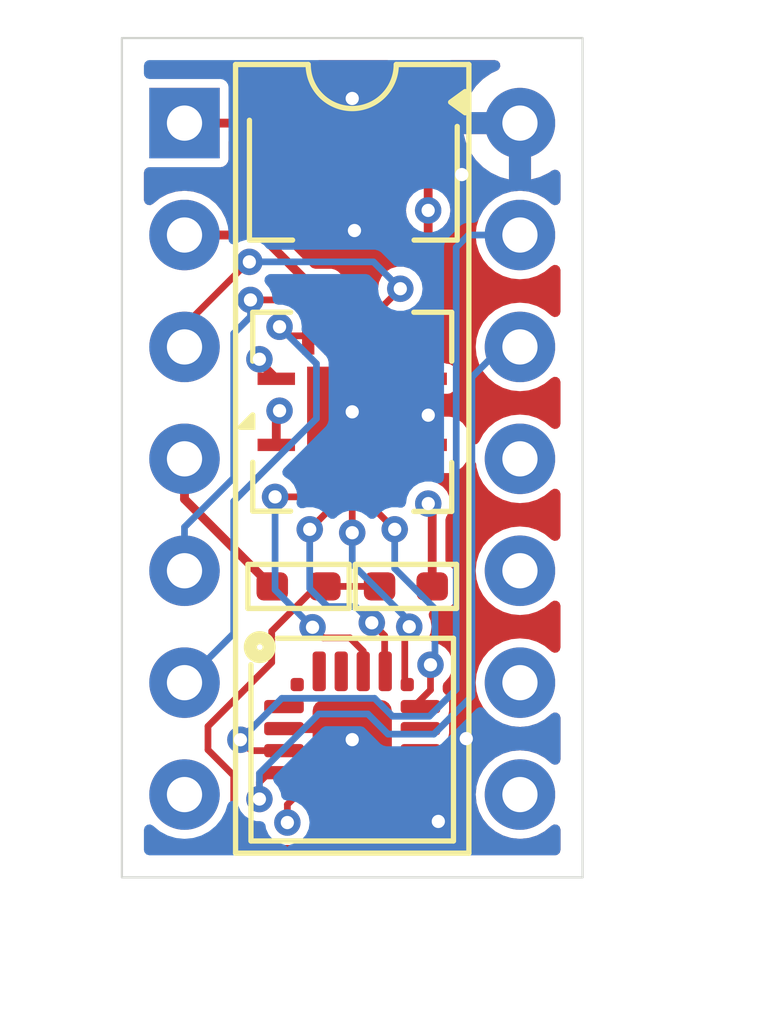
<source format=kicad_pcb>
(kicad_pcb (version 20240108) (generator "pcbnew") (generator_version "8.0")
  (layers (0 "F.Cu" signal) (1 "In1.Cu" signal) (2 "In2.Cu" signal) (3 "In3.Cu" signal) (4 "In4.Cu" signal) (31 "B.Cu" signal) (34 "B.Paste" user) (35 "F.Paste" user) (36 "B.SilkS" user "B.Silkscreen") (37 "F.SilkS" user "F.Silkscreen") (38 "B.Mask" user) (39 "F.Mask" user) (44 "Edge.Cuts" user))
  (net 0 "")
  (net 16 "GND")
  (net 17 "+5V")
  (net 18 "USB-DM")
  (net 19 "Net-(J1-Pin_4)")
  (net 20 "USB-DP")
  (net 21 "Net-(J1-Pin_2)")
  (net 22 "Net-(J1-Pin_3)")
  (net 23 "Net-(J1-Pin_6)")
  (net 24 "Net-(J1-Pin_5)")
  (net 25 "RST")
  (net 26 "+3.3V")
  (net 27 "CTS")
  (net 28 "TX")
  (net 29 "RTS")
  (net 30 "RX")
  (footprint "Package_DIP:DIP-14_W7.62mm" (layer "F.Cu") (at 92.964 78.74)
    (property "Reference" "J1" (hide yes))
    (property "Value" "Conn_02x07_Counter_Clockwise" (hide yes))
    (fp_line (start 1.16 -1.33) (end 1.16 16.57) (stroke (width 0.12)) (layer "F.SilkS"))
    (fp_line (start 1.16 16.57) (end 6.46 16.57) (stroke (width 0.12)) (layer "F.SilkS"))
    (fp_line (start 2.81 -1.33) (end 1.16 -1.33) (stroke (width 0.12)) (layer "F.SilkS"))
    (fp_line (start 6.46 -1.33) (end 4.81 -1.33) (stroke (width 0.12)) (layer "F.SilkS"))
    (fp_line (start 6.46 16.57) (end 6.46 -1.33) (stroke (width 0.12)) (layer "F.SilkS"))
    (fp_arc (start 4.81 -1.33) (mid 3.81 -0.33) (end 2.81 -1.33) (stroke (width 0.12)) (layer "F.SilkS"))
    (pad "1" thru_hole rect (at 0 0) (size 1.6 1.6) (drill 0.8) (layers "*.Cu" "*.Mask") (net 17 "+5V"))
    (pad "2" thru_hole oval (at 0 2.54) (size 1.6 1.6) (drill 0.8) (layers "*.Cu" "*.Mask") (net 21 "Net-(J1-Pin_2)"))
    (pad "3" thru_hole oval (at 0 5.08) (size 1.6 1.6) (drill 0.8) (layers "*.Cu" "*.Mask") (net 22 "Net-(J1-Pin_3)"))
    (pad "4" thru_hole oval (at 0 7.62) (size 1.6 1.6) (drill 0.8) (layers "*.Cu" "*.Mask") (net 19 "Net-(J1-Pin_4)"))
    (pad "5" thru_hole oval (at 0 10.16) (size 1.6 1.6) (drill 0.8) (layers "*.Cu" "*.Mask") (net 24 "Net-(J1-Pin_5)"))
    (pad "6" thru_hole oval (at 0 12.7) (size 1.6 1.6) (drill 0.8) (layers "*.Cu" "*.Mask") (net 23 "Net-(J1-Pin_6)"))
    (pad "7" thru_hole oval (at 0 15.24) (size 1.6 1.6) (drill 0.8) (layers "*.Cu" "*.Mask"))
    (pad "8" thru_hole oval (at 7.62 15.24) (size 1.6 1.6) (drill 0.8) (layers "*.Cu" "*.Mask"))
    (pad "9" thru_hole oval (at 7.62 12.7) (size 1.6 1.6) (drill 0.8) (layers "*.Cu" "*.Mask"))
    (pad "10" thru_hole oval (at 7.62 10.16) (size 1.6 1.6) (drill 0.8) (layers "*.Cu" "*.Mask"))
    (pad "11" thru_hole oval (at 7.62 7.62) (size 1.6 1.6) (drill 0.8) (layers "*.Cu" "*.Mask"))
    (pad "12" thru_hole oval (at 7.62 5.08) (size 1.6 1.6) (drill 0.8) (layers "*.Cu" "*.Mask") (net 18 "USB-DM"))
    (pad "13" thru_hole oval (at 7.62 2.54) (size 1.6 1.6) (drill 0.8) (layers "*.Cu" "*.Mask") (net 20 "USB-DP"))
    (pad "14" thru_hole oval (at 7.62 0) (size 1.6 1.6) (drill 0.8) (layers "*.Cu" "*.Mask") (net 16 "GND"))
  )
  (footprint "Package_TO_SOT_SMD:SOT-89-3" (layer "F.Cu") (at 96.7994 80.0354 -90)
    (property "Reference" "U4" (hide yes))
    (property "Value" "AP130-33Y")
    (fp_line (start 1.36 2.36) (end -1.36 2.36) (stroke (width 0.12)) (layer "F.SilkS"))
    (fp_line (start 1.36 1.38) (end 1.36 2.36) (stroke (width 0.12)) (layer "F.SilkS"))
    (fp_line (start 1.36 -1.38) (end 1.36 -2.36) (stroke (width 0.12)) (layer "F.SilkS"))
    (fp_line (start -1.22 -2.36) (end 1.36 -2.36) (stroke (width 0.12)) (layer "F.SilkS"))
    (fp_poly (pts (xy -1.77 -2.21) (xy -2.01 -2.54) (xy -1.53 -2.54) (xy -1.77 -2.21)) (stroke (width 0.12)) (fill solid) (layer "F.SilkS"))
    (pad "1" smd roundrect (at -1.95 -1.5 270) (size 1.3 0.9) (layers "F.Cu" "F.Paste" "F.Mask") (net 26 "+3.3V"))
    (pad "2" smd custom (at -1.8625 0 270) (size 1.475 0.9) (layers "F.Cu" "F.Paste" "F.Mask") (net 16 "GND") (options (clearance outline) (anchor rect)) (primitives (gr_poly (pts (xy 3.8625 0.8665) (xy 0.7375 0.8665) (xy 0.7375 -0.8665) (xy 3.8625 -0.8665)) (width 0) (fill yes))))
    (pad "3" smd roundrect (at -1.95 1.5 270) (size 1.3 0.9) (layers "F.Cu" "F.Paste" "F.Mask") (net 17 "+5V"))
  )
  (footprint "PCM_Resistor_SMD_AKL:R_0402_1005Metric_Pad0.72x0.64mm" (layer "F.Cu") (at 95.5548 89.2556 180)
    (property "Reference" "R2" (hide yes))
    (property "Value" "R" (hide yes))
    (fp_line (start 1.15 0.5) (end 1.15 -0.5) (stroke (width 0.12)) (layer "F.SilkS"))
    (fp_line (start 1.15 -0.5) (end -1.15 -0.5) (stroke (width 0.12)) (layer "F.SilkS"))
    (fp_line (start -1.15 0.5) (end 1.15 0.5) (stroke (width 0.12)) (layer "F.SilkS"))
    (fp_line (start -1.15 -0.5) (end -1.15 0.5) (stroke (width 0.12)) (layer "F.SilkS"))
    (pad "1" smd roundrect (at -0.5975 0 180) (size 0.715 0.64) (layers "F.Cu" "F.Paste" "F.Mask") (net 25 "RST"))
    (pad "2" smd roundrect (at 0.5975 0 180) (size 0.715 0.64) (layers "F.Cu" "F.Paste" "F.Mask") (net 19 "Net-(J1-Pin_4)"))
  )
  (footprint "PCM_Resistor_SMD_AKL:R_0402_1005Metric_Pad0.72x0.64mm" (layer "F.Cu") (at 97.9932 89.2556 180)
    (property "Reference" "R1" (hide yes))
    (property "Value" "R" (hide yes))
    (fp_line (start 1.15 0.5) (end 1.15 -0.5) (stroke (width 0.12)) (layer "F.SilkS"))
    (fp_line (start 1.15 -0.5) (end -1.15 -0.5) (stroke (width 0.12)) (layer "F.SilkS"))
    (fp_line (start -1.15 0.5) (end 1.15 0.5) (stroke (width 0.12)) (layer "F.SilkS"))
    (fp_line (start -1.15 -0.5) (end -1.15 0.5) (stroke (width 0.12)) (layer "F.SilkS"))
    (pad "1" smd roundrect (at -0.5975 0 180) (size 0.715 0.64) (layers "F.Cu" "F.Paste" "F.Mask") (net 26 "+3.3V"))
    (pad "2" smd roundrect (at 0.5975 0 180) (size 0.715 0.64) (layers "F.Cu" "F.Paste" "F.Mask") (net 25 "RST"))
  )
  (footprint "Package_DFN_QFN:Texas_S-PVQFN-N14" (layer "F.Cu") (at 96.774 85.2932 90)
    (property "Reference" "U3" (hide yes))
    (property "Value" "TXB0104RGY")
    (fp_line (start 2.26 -2.26) (end 2.26 -1.4) (stroke (width 0.12)) (layer "F.SilkS"))
    (fp_line (start 1.15 -2.26) (end 2.26 -2.26) (stroke (width 0.12)) (layer "F.SilkS"))
    (fp_line (start -1.145 -2.26) (end -2.255 -2.26) (stroke (width 0.12)) (layer "F.SilkS"))
    (fp_line (start -2.255 -1.4) (end -2.255 -2.26) (stroke (width 0.12)) (layer "F.SilkS"))
    (fp_line (start 2.26 2.26) (end 2.26 1.4) (stroke (width 0.12)) (layer "F.SilkS"))
    (fp_line (start 1.15 2.26) (end 2.26 2.26) (stroke (width 0.12)) (layer "F.SilkS"))
    (fp_line (start -1.15 2.26) (end -2.26 2.26) (stroke (width 0.12)) (layer "F.SilkS"))
    (fp_line (start -2.26 2.26) (end -2.26 1.4) (stroke (width 0.12)) (layer "F.SilkS"))
    (fp_poly (pts (xy -0.35 -2.26) (xy -0.35 -2.54) (xy -0.07 -2.26) (xy -0.35 -2.26)) (stroke (width 0.12)) (fill solid) (layer "F.SilkS"))
    (pad "1" smd rect (at -0.75 -1.725) (size 0.85 0.28) (layers "F.Cu" "F.Paste" "F.Mask") (net 26 "+3.3V"))
    (pad "2" smd rect (at -1.725 -1) (size 0.28 0.85) (layers "F.Cu" "F.Paste" "F.Mask") (net 28 "TX"))
    (pad "3" smd rect (at -1.725 -0.5) (size 0.28 0.85) (layers "F.Cu" "F.Paste" "F.Mask") (net 30 "RX"))
    (pad "4" smd rect (at -1.725 0) (size 0.28 0.85) (layers "F.Cu" "F.Paste" "F.Mask") (net 29 "RTS"))
    (pad "5" smd rect (at -1.725 0.5) (size 0.28 0.85) (layers "F.Cu" "F.Paste" "F.Mask") (net 27 "CTS"))
    (pad "6" smd rect (at -1.725 1) (size 0.28 0.85) (layers "F.Cu" "F.Paste" "F.Mask"))
    (pad "7" smd rect (at -0.75 1.725) (size 0.85 0.28) (layers "F.Cu" "F.Paste" "F.Mask") (net 16 "GND"))
    (pad "8" smd rect (at 0.75 1.725) (size 0.85 0.28) (layers "F.Cu" "F.Paste" "F.Mask") (net 26 "+3.3V"))
    (pad "9" smd rect (at 1.725 1) (size 0.28 0.85) (layers "F.Cu" "F.Paste" "F.Mask"))
    (pad "10" smd rect (at 1.725 0.5) (size 0.28 0.85) (layers "F.Cu" "F.Paste" "F.Mask") (net 22 "Net-(J1-Pin_3)"))
    (pad "11" smd rect (at 1.725 0) (size 0.28 0.85) (layers "F.Cu" "F.Paste" "F.Mask") (net 21 "Net-(J1-Pin_2)"))
    (pad "12" smd rect (at 1.725 -0.5) (size 0.28 0.85) (layers "F.Cu" "F.Paste" "F.Mask") (net 24 "Net-(J1-Pin_5)"))
    (pad "13" smd rect (at 1.725 -1) (size 0.28 0.85) (layers "F.Cu" "F.Paste" "F.Mask") (net 23 "Net-(J1-Pin_6)"))
    (pad "14" smd rect (at 0.75 -1.725) (size 0.85 0.28) (layers "F.Cu" "F.Paste" "F.Mask") (net 17 "+5V"))
    (pad "15" smd rect (at 0 0) (size 2.05 2.05) (layers "F.Cu" "F.Mask") (net 16 "GND"))
  )
  (footprint "PCM_Package_DFN_QFN_AKL:SiliconLabs_QFN-20-1EP_3x3mm_P0.5mm" (layer "F.Cu") (at 96.774 92.7332)
    (property "Reference" "U2" (hide yes))
    (property "Value" "CP2102N-Axx-xQFN20" (hide yes))
    (fp_line (start -2.3 2.3) (end -2.3 -1.7) (stroke (width 0.12)) (layer "F.SilkS"))
    (fp_line (start -1.7 -2.3) (end 2.3 -2.3) (stroke (width 0.12)) (layer "F.SilkS"))
    (fp_line (start 2.3 -2.3) (end 2.3 2.3) (stroke (width 0.12)) (layer "F.SilkS"))
    (fp_line (start 2.3 2.3) (end -2.3 2.3) (stroke (width 0.12)) (layer "F.SilkS"))
    (fp_circle (center -2.1 -2.1) (end -2.0365 -2.1) (stroke (width 0.3)) (fill none) (layer "F.SilkS"))
    (pad "1" smd roundrect (at -1.25 -1.25) (size 0.3 0.3) (layers "F.Cu" "F.Paste" "F.Mask"))
    (pad "2" smd roundrect (at -1.55 -0.75) (size 0.9 0.3) (layers "F.Cu" "F.Paste" "F.Mask"))
    (pad "3" smd roundrect (at -1.55 -0.25) (size 0.9 0.3) (layers "F.Cu" "F.Paste" "F.Mask") (net 16 "GND"))
    (pad "4" smd roundrect (at -1.55 0.25) (size 0.9 0.3) (layers "F.Cu" "F.Paste" "F.Mask") (net 20 "USB-DP"))
    (pad "5" smd roundrect (at -1.55 0.75) (size 0.9 0.3) (layers "F.Cu" "F.Paste" "F.Mask") (net 18 "USB-DM"))
    (pad "6" smd roundrect (at -1.25 1.25) (size 0.3 0.3) (layers "F.Cu" "F.Paste" "F.Mask") (net 26 "+3.3V"))
    (pad "7" smd roundrect (at -0.75 1.55 90) (size 0.9 0.3) (layers "F.Cu" "F.Paste" "F.Mask"))
    (pad "8" smd roundrect (at -0.25 1.55 90) (size 0.9 0.3) (layers "F.Cu" "F.Paste" "F.Mask"))
    (pad "9" smd roundrect (at 0.25 1.55 90) (size 0.9 0.3) (layers "F.Cu" "F.Paste" "F.Mask") (net 25 "RST"))
    (pad "10" smd roundrect (at 0.75 1.55 90) (size 0.9 0.3) (layers "F.Cu" "F.Paste" "F.Mask"))
    (pad "11" smd roundrect (at 1.25 1.25) (size 0.3 0.3) (layers "F.Cu" "F.Paste" "F.Mask"))
    (pad "12" smd roundrect (at 1.55 0.75) (size 0.9 0.3) (layers "F.Cu" "F.Paste" "F.Mask") (net 16 "GND"))
    (pad "13" smd roundrect (at 1.55 0.25) (size 0.9 0.3) (layers "F.Cu" "F.Paste" "F.Mask"))
    (pad "14" smd roundrect (at 1.55 -0.25) (size 0.9 0.3) (layers "F.Cu" "F.Paste" "F.Mask"))
    (pad "15" smd roundrect (at 1.55 -0.75) (size 0.9 0.3) (layers "F.Cu" "F.Paste" "F.Mask") (net 27 "CTS"))
    (pad "16" smd roundrect (at 1.25 -1.25) (size 0.3 0.3) (layers "F.Cu" "F.Paste" "F.Mask") (net 29 "RTS"))
    (pad "17" smd roundrect (at 0.75 -1.55 90) (size 0.9 0.3) (layers "F.Cu" "F.Paste" "F.Mask") (net 30 "RX"))
    (pad "18" smd roundrect (at 0.25 -1.55 90) (size 0.9 0.3) (layers "F.Cu" "F.Paste" "F.Mask") (net 28 "TX"))
    (pad "19" smd roundrect (at -0.25 -1.55 90) (size 0.9 0.3) (layers "F.Cu" "F.Paste" "F.Mask"))
    (pad "20" smd roundrect (at -0.75 -1.55 90) (size 0.9 0.3) (layers "F.Cu" "F.Paste" "F.Mask"))
    (pad "21" smd roundrect (at 0 0) (size 1.8 1.8) (layers "F.Cu" "F.Mask") (roundrect_rratio 0.1388888889) (net 16 "GND"))
  )
  (gr_rect (start 91.5416 76.8096) (end 102.0064 95.8596) (stroke (width 0.05)) (fill none) (layer "Edge.Cuts"))
  (segment (start 99.3648 93.4466) (end 99.3648 92.71) (width 0.2) (layer "F.Cu") (net 16))
  (segment (start 95.224 92.4832) (end 96.7482 92.4832) (width 0.2) (layer "F.Cu") (net 16))
  (segment (start 98.499 86.0432) (end 97.524 86.0432) (width 0.2) (layer "F.Cu") (net 16))
  (segment (start 96.7482 92.4832) (end 97.7482 93.4832) (width 0.2) (layer "F.Cu") (net 16))
  (segment (start 99.3282 93.4832) (end 99.3648 93.4466) (width 0.2) (layer "F.Cu") (net 16))
  (segment (start 97.7482 93.4832) (end 99.3282 93.4832) (width 0.2) (layer "F.Cu") (net 16))
  (segment (start 97.524 86.0432) (end 96.774 85.2932) (width 0.2) (layer "F.Cu") (net 16))
  (segment (start 98.5012 85.3694) (end 98.499 85.3716) (width 0.1524) (layer "F.Cu") (net 16))
  (segment (start 98.499 85.3716) (end 98.499 86.0432) (width 0.1524) (layer "F.Cu") (net 16))
  (via (at 98.7298 94.5896) (size 0.6) (drill 0.3) (layers "F.Cu" "B.Cu") (net 16))
  (via (at 96.774 85.2932) (size 0.6) (drill 0.3) (layers "F.Cu" "B.Cu") (net 16))
  (via (at 96.8248 81.1784) (size 0.6) (drill 0.3) (layers "F.Cu" "B.Cu") (net 16))
  (via (at 96.774 78.1812) (size 0.6) (drill 0.3) (layers "F.Cu" "B.Cu") (net 16))
  (via (at 96.774 92.7332) (size 0.6) (drill 0.3) (layers "F.Cu" "B.Cu") (net 16))
  (via (at 98.5012 85.3694) (size 0.6) (drill 0.3) (layers "F.Cu" "B.Cu") (net 16))
  (via (at 99.3648 92.71) (size 0.6) (drill 0.3) (layers "F.Cu" "B.Cu") (net 16))
  (via (at 99.2632 79.9084) (size 0.6) (drill 0.3) (layers "F.Cu" "B.Cu") (net 16))
  (segment (start 92.964 78.74) (end 94.6448 78.74) (width 0.2) (layer "F.Cu") (net 17))
  (segment (start 94.6658 84.0994) (end 94.6658 84.16) (width 0.2) (layer "F.Cu") (net 17))
  (segment (start 94.6448 78.74) (end 95.2994 78.0854) (width 0.2) (layer "F.Cu") (net 17))
  (segment (start 94.6658 84.16) (end 95.049 84.5432) (width 0.2) (layer "F.Cu") (net 17))
  (via (at 94.6658 84.0994) (size 0.6) (drill 0.3) (layers "F.Cu" "B.Cu") (net 17))
  (segment (start 94.6658 93.7006) (end 94.8332 93.5332) (width 0.1524) (layer "F.Cu") (net 18))
  (segment (start 94.8332 93.5332) (end 95.324 93.5332) (width 0.1524) (layer "F.Cu") (net 18))
  (segment (start 94.6658 94.0816) (end 94.6658 93.7006) (width 0.1524) (layer "F.Cu") (net 18))
  (via (at 94.6658 94.0816) (size 0.6) (drill 0.3) (layers "F.Cu" "B.Cu") (net 18))
  (segment (start 98.6282 92.6084) (end 99.4918 91.7448) (width 0.1524) (layer "B.Cu") (net 18))
  (segment (start 99.4918 91.7448) (end 99.4918 84.5058) (width 0.1524) (layer "B.Cu") (net 18))
  (segment (start 94.6658 94.0816) (end 94.6658 93.4974) (width 0.1524) (layer "B.Cu") (net 18))
  (segment (start 94.6658 93.4974) (end 96.012 92.1512) (width 0.1524) (layer "B.Cu") (net 18))
  (segment (start 97.5868 92.6084) (end 98.6282 92.6084) (width 0.1524) (layer "B.Cu") (net 18))
  (segment (start 99.4918 84.5058) (end 100.1776 83.82) (width 0.1524) (layer "B.Cu") (net 18))
  (segment (start 100.1776 83.82) (end 100.584 83.82) (width 0.1524) (layer "B.Cu") (net 18))
  (segment (start 97.1296 92.1512) (end 97.5868 92.6084) (width 0.1524) (layer "B.Cu") (net 18))
  (segment (start 96.012 92.1512) (end 97.1296 92.1512) (width 0.1524) (layer "B.Cu") (net 18))
  (segment (start 94.9452 89.2556) (end 92.964 87.2744) (width 0.2) (layer "F.Cu") (net 19))
  (segment (start 92.964 87.2744) (end 92.964 86.36) (width 0.2) (layer "F.Cu") (net 19))
  (segment (start 94.9573 89.2556) (end 94.9452 89.2556) (width 0.2) (layer "F.Cu") (net 19))
  (segment (start 92.964 86.36) (end 92.964 86.9188) (width 0.2) (layer "F.Cu") (net 19))
  (segment (start 94.4818 92.9832) (end 95.224 92.9832) (width 0.1524) (layer "F.Cu") (net 20))
  (segment (start 94.234 92.7354) (end 94.4818 92.9832) (width 0.1524) (layer "F.Cu") (net 20))
  (via (at 94.234 92.7354) (size 0.6) (drill 0.3) (layers "F.Cu" "B.Cu") (net 20))
  (segment (start 98.5266 92.202) (end 99.1362 91.5924) (width 0.1524) (layer "B.Cu") (net 20))
  (segment (start 97.282 91.7956) (end 97.6884 92.202) (width 0.1524) (layer "B.Cu") (net 20))
  (segment (start 99.1362 81.5594) (end 99.4156 81.28) (width 0.1524) (layer "B.Cu") (net 20))
  (segment (start 95.1738 91.7956) (end 97.282 91.7956) (width 0.1524) (layer "B.Cu") (net 20))
  (segment (start 97.6884 92.202) (end 98.5266 92.202) (width 0.1524) (layer "B.Cu") (net 20))
  (segment (start 94.234 92.7354) (end 95.1738 91.7956) (width 0.1524) (layer "B.Cu") (net 20))
  (segment (start 99.1362 91.5924) (end 99.1362 81.5594) (width 0.1524) (layer "B.Cu") (net 20))
  (segment (start 99.4156 81.28) (end 100.584 81.28) (width 0.1524) (layer "B.Cu") (net 20))
  (segment (start 95.758 82.3468) (end 96.266 82.3468) (width 0.2) (layer "F.Cu") (net 21))
  (segment (start 94.6912 81.28) (end 95.758 82.3468) (width 0.2) (layer "F.Cu") (net 21))
  (segment (start 96.266 82.3468) (end 96.774 82.8548) (width 0.2) (layer "F.Cu") (net 21))
  (segment (start 96.774 82.8548) (end 96.774 83.5682) (width 0.2) (layer "F.Cu") (net 21))
  (segment (start 92.964 81.28) (end 94.6912 81.28) (width 0.2) (layer "F.Cu") (net 21))
  (segment (start 97.282 83.0834) (end 97.282 83.5602) (width 0.1524) (layer "F.Cu") (net 22))
  (segment (start 94.4118 81.8896) (end 92.964 83.3374) (width 0.1524) (layer "F.Cu") (net 22))
  (segment (start 97.282 83.5602) (end 97.274 83.5682) (width 0.1524) (layer "F.Cu") (net 22))
  (segment (start 94.4372 81.8896) (end 94.4118 81.8896) (width 0.1524) (layer "F.Cu") (net 22))
  (segment (start 92.964 83.3374) (end 92.964 83.82) (width 0.1524) (layer "F.Cu") (net 22))
  (segment (start 97.8662 82.4992) (end 97.282 83.0834) (width 0.1524) (layer "F.Cu") (net 22))
  (via (at 94.4372 81.8896) (size 0.6) (drill 0.3) (layers "F.Cu" "B.Cu") (net 22))
  (via (at 97.8662 82.4992) (size 0.6) (drill 0.3) (layers "F.Cu" "B.Cu") (net 22))
  (segment (start 94.4372 81.8896) (end 97.2566 81.8896) (width 0.1524) (layer "B.Cu") (net 22))
  (segment (start 97.2566 81.8896) (end 97.8662 82.4992) (width 0.1524) (layer "B.Cu") (net 22))
  (segment (start 95.3284 83.5682) (end 95.774 83.5682) (width 0.1524) (layer "F.Cu") (net 23))
  (segment (start 95.123 83.3628) (end 95.3284 83.5682) (width 0.1524) (layer "F.Cu") (net 23))
  (via (at 95.123 83.3628) (size 0.6) (drill 0.3) (layers "F.Cu" "B.Cu") (net 23))
  (segment (start 95.9612 84.201) (end 95.9612 85.4456) (width 0.1524) (layer "B.Cu") (net 23))
  (segment (start 94.0816 87.3252) (end 94.0816 90.3224) (width 0.1524) (layer "B.Cu") (net 23))
  (segment (start 95.123 83.3628) (end 95.9612 84.201) (width 0.1524) (layer "B.Cu") (net 23))
  (segment (start 95.9612 85.4456) (end 94.0816 87.3252) (width 0.1524) (layer "B.Cu") (net 23))
  (segment (start 94.0816 90.3224) (end 92.964 91.44) (width 0.1524) (layer "B.Cu") (net 23))
  (segment (start 96.274 82.939) (end 96.274 83.5682) (width 0.1524) (layer "F.Cu") (net 24))
  (segment (start 94.4626 82.7532) (end 96.0882 82.7532) (width 0.1524) (layer "F.Cu") (net 24))
  (segment (start 96.0882 82.7532) (end 96.274 82.939) (width 0.1524) (layer "F.Cu") (net 24))
  (via (at 94.4626 82.7532) (size 0.6) (drill 0.3) (layers "F.Cu" "B.Cu") (net 24))
  (segment (start 94.4626 83.1342) (end 94.0816 83.5152) (width 0.1524) (layer "B.Cu") (net 24))
  (segment (start 94.0816 83.5152) (end 94.0816 86.7918) (width 0.1524) (layer "B.Cu") (net 24))
  (segment (start 94.4626 82.7532) (end 94.4626 83.1342) (width 0.1524) (layer "B.Cu") (net 24))
  (segment (start 92.964 87.9094) (end 92.964 88.9) (width 0.1524) (layer "B.Cu") (net 24))
  (segment (start 94.0816 86.7918) (end 92.964 87.9094) (width 0.1524) (layer "B.Cu") (net 24))
  (segment (start 93.4974 92.964) (end 94.0816 93.5482) (width 0.1524) (layer "F.Cu") (net 25))
  (segment (start 96.8628 95.1992) (end 97.024 95.038) (width 0.1524) (layer "F.Cu") (net 25))
  (segment (start 96.1523 89.2556) (end 95.9612 89.2556) (width 0.1524) (layer "F.Cu") (net 25))
  (segment (start 94.0816 94.6404) (end 94.6404 95.1992) (width 0.1524) (layer "F.Cu") (net 25))
  (segment (start 97.3957 89.2556) (end 96.1523 89.2556) (width 0.1524) (layer "F.Cu") (net 25))
  (segment (start 94.0816 93.5482) (end 94.0816 94.6404) (width 0.1524) (layer "F.Cu") (net 25))
  (segment (start 94.6404 95.1992) (end 96.8628 95.1992) (width 0.1524) (layer "F.Cu") (net 25))
  (segment (start 94.9452 90.9828) (end 93.4974 92.4306) (width 0.1524) (layer "F.Cu") (net 25))
  (segment (start 97.024 95.038) (end 97.024 94.2832) (width 0.1524) (layer "F.Cu") (net 25))
  (segment (start 94.9452 90.2716) (end 94.9452 90.9828) (width 0.1524) (layer "F.Cu") (net 25))
  (segment (start 93.4974 92.4306) (end 93.4974 92.964) (width 0.1524) (layer "F.Cu") (net 25))
  (segment (start 95.9612 89.2556) (end 94.9452 90.2716) (width 0.1524) (layer "F.Cu") (net 25))
  (segment (start 95.3516 94.5896) (end 95.377 94.5642) (width 0.2) (layer "F.Cu") (net 26))
  (segment (start 98.5012 87.376) (end 98.5907 87.4655) (width 0.2) (layer "F.Cu") (net 26))
  (segment (start 95.123 85.2678) (end 95.049 85.3418) (width 0.2) (layer "F.Cu") (net 26))
  (segment (start 98.499 80.7212) (end 98.499 84.5432) (width 0.2) (layer "F.Cu") (net 26))
  (segment (start 98.499 78.285) (end 98.2994 78.0854) (width 0.2) (layer "F.Cu") (net 26))
  (segment (start 95.3008 94.615) (end 95.3008 94.2064) (width 0.1524) (layer "F.Cu") (net 26))
  (segment (start 95.049 85.3418) (end 95.049 86.0432) (width 0.2) (layer "F.Cu") (net 26))
  (segment (start 98.5907 87.4655) (end 98.5907 89.2556) (width 0.2) (layer "F.Cu") (net 26))
  (segment (start 98.499 80.7212) (end 98.499 78.285) (width 0.2) (layer "F.Cu") (net 26))
  (segment (start 95.3008 94.2064) (end 95.524 93.9832) (width 0.1524) (layer "F.Cu") (net 26))
  (via (at 98.5012 87.376) (size 0.6) (drill 0.3) (layers "F.Cu" "B.Cu") (net 26))
  (via (at 98.499 80.7212) (size 0.6) (drill 0.3) (layers "F.Cu" "B.Cu") (net 26))
  (via (at 95.123 85.2678) (size 0.6) (drill 0.3) (layers "F.Cu" "B.Cu") (net 26))
  (via (at 95.3008 94.615) (size 0.6) (drill 0.3) (layers "F.Cu" "B.Cu") (net 26))
  (segment (start 97.3582 87.1024) (end 97.274 87.0182) (width 0.1524) (layer "F.Cu") (net 27))
  (segment (start 97.7392 87.9602) (end 97.3582 87.5792) (width 0.1524) (layer "F.Cu") (net 27))
  (segment (start 98.552 91.0336) (end 98.552 91.6052) (width 0.1524) (layer "F.Cu") (net 27))
  (segment (start 97.3582 87.5792) (end 97.3582 87.1024) (width 0.1524) (layer "F.Cu") (net 27))
  (segment (start 98.552 91.6052) (end 98.224 91.9332) (width 0.1524) (layer "F.Cu") (net 27))
  (via (at 97.7392 87.9602) (size 0.6) (drill 0.3) (layers "F.Cu" "B.Cu") (net 27))
  (via (at 98.552 91.0336) (size 0.6) (drill 0.3) (layers "F.Cu" "B.Cu") (net 27))
  (segment (start 97.7392 88.8492) (end 98.6536 89.7636) (width 0.1524) (layer "B.Cu") (net 27))
  (segment (start 98.6536 90.932) (end 98.552 91.0336) (width 0.1524) (layer "B.Cu") (net 27))
  (segment (start 97.7392 87.9602) (end 97.7392 88.8492) (width 0.1524) (layer "B.Cu") (net 27))
  (segment (start 98.6536 89.7636) (end 98.6536 90.932) (width 0.1524) (layer "B.Cu") (net 27))
  (segment (start 96.7232 90.424) (end 97.024 90.7248) (width 0.1524) (layer "F.Cu") (net 28))
  (segment (start 95.0214 87.2236) (end 95.5686 87.2236) (width 0.1524) (layer "F.Cu") (net 28))
  (segment (start 96.1136 90.424) (end 96.7232 90.424) (width 0.1524) (layer "F.Cu") (net 28))
  (segment (start 95.8723 90.1827) (end 96.1136 90.424) (width 0.1524) (layer "F.Cu") (net 28))
  (segment (start 97.024 90.7248) (end 97.024 91.1832) (width 0.1524) (layer "F.Cu") (net 28))
  (segment (start 95.5686 87.2236) (end 95.774 87.0182) (width 0.1524) (layer "F.Cu") (net 28))
  (via (at 95.8723 90.1827) (size 0.6) (drill 0.3) (layers "F.Cu" "B.Cu") (net 28))
  (via (at 95.0214 87.2236) (size 0.6) (drill 0.3) (layers "F.Cu" "B.Cu") (net 28))
  (segment (start 95.0214 89.3318) (end 95.0214 87.2236) (width 0.1524) (layer "B.Cu") (net 28))
  (segment (start 95.8723 90.1827) (end 95.0214 89.3318) (width 0.1524) (layer "B.Cu") (net 28))
  (segment (start 97.9678 90.2716) (end 97.9678 91.427) (width 0.1524) (layer "F.Cu") (net 29))
  (segment (start 97.9678 91.427) (end 98.024 91.4832) (width 0.1524) (layer "F.Cu") (net 29))
  (segment (start 98.0694 90.17) (end 97.9678 90.2716) (width 0.1524) (layer "F.Cu") (net 29))
  (segment (start 96.774 87.0182) (end 96.774 88.0364) (width 0.1524) (layer "F.Cu") (net 29))
  (via (at 98.0694 90.17) (size 0.6) (drill 0.3) (layers "F.Cu" "B.Cu") (net 29))
  (via (at 96.774 88.0364) (size 0.6) (drill 0.3) (layers "F.Cu" "B.Cu") (net 29))
  (segment (start 98.0694 90.17) (end 98.0694 90.043) (width 0.1524) (layer "B.Cu") (net 29))
  (segment (start 98.0694 90.043) (end 96.774 88.7476) (width 0.1524) (layer "B.Cu") (net 29))
  (segment (start 96.774 88.7476) (end 96.774 88.0364) (width 0.1524) (layer "B.Cu") (net 29))
  (segment (start 97.2185 90.0811) (end 97.5106 90.3732) (width 0.1524) (layer "F.Cu") (net 30))
  (segment (start 97.5106 91.1698) (end 97.524 91.1832) (width 0.1524) (layer "F.Cu") (net 30))
  (segment (start 96.274 87.495) (end 96.274 87.0182) (width 0.1524) (layer "F.Cu") (net 30))
  (segment (start 97.5106 90.3732) (end 97.5106 91.1698) (width 0.1524) (layer "F.Cu") (net 30))
  (segment (start 95.8088 87.9602) (end 96.274 87.495) (width 0.1524) (layer "F.Cu") (net 30))
  (via (at 95.8088 87.9602) (size 0.6) (drill 0.3) (layers "F.Cu" "B.Cu") (net 30))
  (via (at 97.2185 90.0811) (size 0.6) (drill 0.3) (layers "F.Cu" "B.Cu") (net 30))
  (segment (start 96.2152 89.7128) (end 95.8088 89.3064) (width 0.1524) (layer "B.Cu") (net 30))
  (segment (start 95.8088 89.3064) (end 95.8088 87.9602) (width 0.1524) (layer "B.Cu") (net 30))
  (segment (start 97.2185 90.0811) (end 96.8502 89.7128) (width 0.1524) (layer "B.Cu") (net 30))
  (segment (start 96.8502 89.7128) (end 96.2152 89.7128) (width 0.1524) (layer "B.Cu") (net 30))
  (zone (net 16) (net_name "GND") (layers "F&B.Cu") (priority 3) (connect_pads (clearance 0.2)) (min_thickness 0.25) (fill yes (thermal_gap 0.5) (thermal_bridge_width 0.5))
    (polygon (pts (xy 90.043 75.946) (xy 102.743 76.581) (xy 103.251 99.187) (xy 88.773 98.298) (xy 90.043 76.073)))
  )
)
</source>
